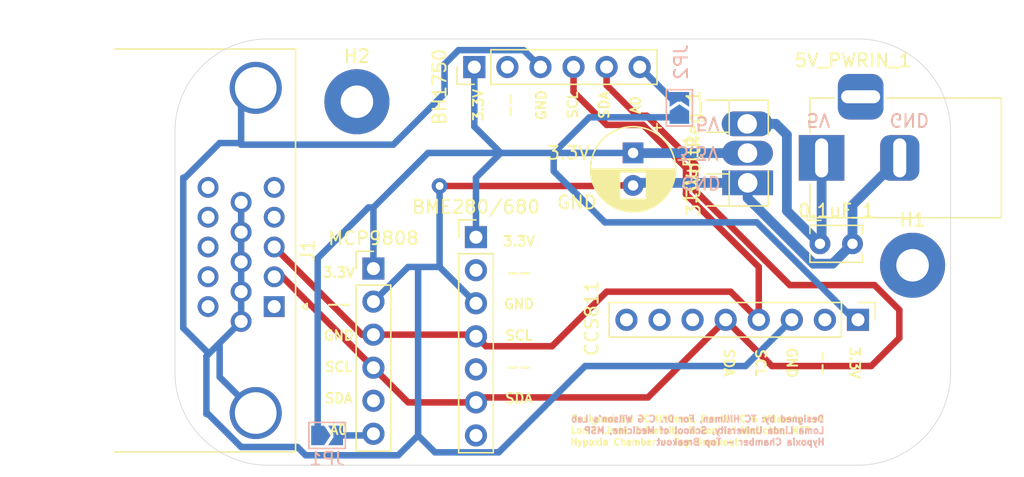
<source format=kicad_pcb>
(kicad_pcb (version 20171130) (host pcbnew "(5.1.10)-1")

  (general
    (thickness 1.6)
    (drawings 25)
    (tracks 119)
    (zones 0)
    (modules 13)
    (nets 26)
  )

  (page A4)
  (layers
    (0 F.Cu signal)
    (31 B.Cu signal)
    (32 B.Adhes user)
    (33 F.Adhes user)
    (34 B.Paste user)
    (35 F.Paste user)
    (36 B.SilkS user)
    (37 F.SilkS user)
    (38 B.Mask user)
    (39 F.Mask user)
    (40 Dwgs.User user)
    (41 Cmts.User user)
    (42 Eco1.User user)
    (43 Eco2.User user)
    (44 Edge.Cuts user)
    (45 Margin user)
    (46 B.CrtYd user)
    (47 F.CrtYd user)
    (48 B.Fab user)
    (49 F.Fab user)
  )

  (setup
    (last_trace_width 0.5)
    (user_trace_width 0.3)
    (user_trace_width 0.5)
    (user_trace_width 0.75)
    (trace_clearance 0.2)
    (zone_clearance 0.508)
    (zone_45_only no)
    (trace_min 0.2)
    (via_size 0.8)
    (via_drill 0.4)
    (via_min_size 0.4)
    (via_min_drill 0.3)
    (user_via 1.2 0.6)
    (user_via 1.6 0.8)
    (uvia_size 0.3)
    (uvia_drill 0.1)
    (uvias_allowed no)
    (uvia_min_size 0.2)
    (uvia_min_drill 0.1)
    (edge_width 0.05)
    (segment_width 0.2)
    (pcb_text_width 0.3)
    (pcb_text_size 1.5 1.5)
    (mod_edge_width 0.12)
    (mod_text_size 1 1)
    (mod_text_width 0.15)
    (pad_size 1.9 3.9)
    (pad_drill 1.5)
    (pad_to_mask_clearance 0)
    (aux_axis_origin 0 0)
    (visible_elements 7FFFFFFF)
    (pcbplotparams
      (layerselection 0x010fc_ffffffff)
      (usegerberextensions false)
      (usegerberattributes true)
      (usegerberadvancedattributes true)
      (creategerberjobfile true)
      (excludeedgelayer true)
      (linewidth 0.100000)
      (plotframeref false)
      (viasonmask false)
      (mode 1)
      (useauxorigin false)
      (hpglpennumber 1)
      (hpglpenspeed 20)
      (hpglpendiameter 15.000000)
      (psnegative false)
      (psa4output false)
      (plotreference true)
      (plotvalue true)
      (plotinvisibletext false)
      (padsonsilk false)
      (subtractmaskfromsilk false)
      (outputformat 1)
      (mirror false)
      (drillshape 1)
      (scaleselection 1)
      (outputdirectory ""))
  )

  (net 0 "")
  (net 1 /GND)
  (net 2 /5V)
  (net 3 /3.3V)
  (net 4 "Net-(5V_PWRIN_1-PadMP)")
  (net 5 /ADDR)
  (net 6 /SDA)
  (net 7 /SCL)
  (net 8 "Net-(BH1750-Pad2)")
  (net 9 "Net-(BME280/680-Pad7)")
  (net 10 "Net-(BME280/680-Pad5)")
  (net 11 "Net-(BME280/680-Pad2)")
  (net 12 "Net-(CCS811-Pad8)")
  (net 13 "Net-(CCS811-Pad7)")
  (net 14 "Net-(CCS811-Pad6)")
  (net 15 /GPIO05)
  (net 16 "Net-(J1-Pad5)")
  (net 17 /GPIO)
  (net 18 "Net-(J1-Pad11)")
  (net 19 "Net-(J1-Pad12)")
  (net 20 "Net-(J1-Pad15)")
  (net 21 "Net-(J1-Pad14)")
  (net 22 "Net-(J1-Pad13)")
  (net 23 "Net-(MCP9808-Pad5)")
  (net 24 "Net-(JP1-Pad2)")
  (net 25 "Net-(CCS811-Pad2)")

  (net_class Default "This is the default net class."
    (clearance 0.2)
    (trace_width 0.25)
    (via_dia 0.8)
    (via_drill 0.4)
    (uvia_dia 0.3)
    (uvia_drill 0.1)
    (add_net /3.3V)
    (add_net /5V)
    (add_net /ADDR)
    (add_net /GND)
    (add_net /GPIO)
    (add_net /GPIO05)
    (add_net /SCL)
    (add_net /SDA)
    (add_net "Net-(5V_PWRIN_1-PadMP)")
    (add_net "Net-(BH1750-Pad2)")
    (add_net "Net-(BME280/680-Pad2)")
    (add_net "Net-(BME280/680-Pad5)")
    (add_net "Net-(BME280/680-Pad7)")
    (add_net "Net-(CCS811-Pad2)")
    (add_net "Net-(CCS811-Pad6)")
    (add_net "Net-(CCS811-Pad7)")
    (add_net "Net-(CCS811-Pad8)")
    (add_net "Net-(J1-Pad11)")
    (add_net "Net-(J1-Pad12)")
    (add_net "Net-(J1-Pad13)")
    (add_net "Net-(J1-Pad14)")
    (add_net "Net-(J1-Pad15)")
    (add_net "Net-(J1-Pad5)")
    (add_net "Net-(JP1-Pad2)")
    (add_net "Net-(MCP9808-Pad5)")
  )

  (module MountingHole:MountingHole_2.5mm_Pad_TopBottom (layer F.Cu) (tedit 56D1B4CB) (tstamp 623ABF15)
    (at 144.653 90.678)
    (descr "Mounting Hole 2.5mm")
    (tags "mounting hole 2.5mm")
    (path /61BA2E02)
    (attr virtual)
    (fp_text reference H1 (at 0 -3.5) (layer F.SilkS)
      (effects (font (size 1 1) (thickness 0.15)))
    )
    (fp_text value MountingHole (at 0 3.5) (layer F.Fab)
      (effects (font (size 1 1) (thickness 0.15)))
    )
    (fp_text user %R (at 0.3 0) (layer F.Fab)
      (effects (font (size 1 1) (thickness 0.15)))
    )
    (fp_circle (center 0 0) (end 2.5 0) (layer Cmts.User) (width 0.15))
    (fp_circle (center 0 0) (end 2.75 0) (layer F.CrtYd) (width 0.05))
    (pad 1 connect circle (at 0 0) (size 5 5) (layers B.Cu B.Mask))
    (pad 1 connect circle (at 0 0) (size 5 5) (layers F.Cu F.Mask))
    (pad 1 thru_hole circle (at 0 0) (size 2.9 2.9) (drill 2.5) (layers *.Cu *.Mask))
  )

  (module Connector_PinHeader_2.54mm:PinHeader_1x08_P2.54mm_Vertical (layer F.Cu) (tedit 59FED5CC) (tstamp 623AAB06)
    (at 140.462 94.869 270)
    (descr "Through hole straight pin header, 1x08, 2.54mm pitch, single row")
    (tags "Through hole pin header THT 1x08 2.54mm single row")
    (path /61B6CFD1)
    (fp_text reference CCS811 (at -0.127 20.447 270) (layer F.SilkS)
      (effects (font (size 1 1) (thickness 0.15)))
    )
    (fp_text value Conn_01x08 (at 0 20.11 90) (layer F.Fab)
      (effects (font (size 1 1) (thickness 0.15)))
    )
    (fp_text user %R (at 0 8.89) (layer F.Fab)
      (effects (font (size 1 1) (thickness 0.15)))
    )
    (fp_line (start -0.635 -1.27) (end 1.27 -1.27) (layer F.Fab) (width 0.1))
    (fp_line (start 1.27 -1.27) (end 1.27 19.05) (layer F.Fab) (width 0.1))
    (fp_line (start 1.27 19.05) (end -1.27 19.05) (layer F.Fab) (width 0.1))
    (fp_line (start -1.27 19.05) (end -1.27 -0.635) (layer F.Fab) (width 0.1))
    (fp_line (start -1.27 -0.635) (end -0.635 -1.27) (layer F.Fab) (width 0.1))
    (fp_line (start -1.33 19.11) (end 1.33 19.11) (layer F.SilkS) (width 0.12))
    (fp_line (start -1.33 1.27) (end -1.33 19.11) (layer F.SilkS) (width 0.12))
    (fp_line (start 1.33 1.27) (end 1.33 19.11) (layer F.SilkS) (width 0.12))
    (fp_line (start -1.33 1.27) (end 1.33 1.27) (layer F.SilkS) (width 0.12))
    (fp_line (start -1.33 0) (end -1.33 -1.33) (layer F.SilkS) (width 0.12))
    (fp_line (start -1.33 -1.33) (end 0 -1.33) (layer F.SilkS) (width 0.12))
    (fp_line (start -1.8 -1.8) (end -1.8 19.55) (layer F.CrtYd) (width 0.05))
    (fp_line (start -1.8 19.55) (end 1.8 19.55) (layer F.CrtYd) (width 0.05))
    (fp_line (start 1.8 19.55) (end 1.8 -1.8) (layer F.CrtYd) (width 0.05))
    (fp_line (start 1.8 -1.8) (end -1.8 -1.8) (layer F.CrtYd) (width 0.05))
    (pad 8 thru_hole oval (at 0 17.78 270) (size 1.7 1.7) (drill 1) (layers *.Cu *.Mask)
      (net 12 "Net-(CCS811-Pad8)"))
    (pad 7 thru_hole oval (at 0 15.24 270) (size 1.7 1.7) (drill 1) (layers *.Cu *.Mask)
      (net 13 "Net-(CCS811-Pad7)"))
    (pad 6 thru_hole oval (at 0 12.7 270) (size 1.7 1.7) (drill 1) (layers *.Cu *.Mask)
      (net 14 "Net-(CCS811-Pad6)"))
    (pad 5 thru_hole oval (at 0 10.16 270) (size 1.7 1.7) (drill 1) (layers *.Cu *.Mask)
      (net 6 /SDA))
    (pad 4 thru_hole oval (at 0 7.62 270) (size 1.7 1.7) (drill 1) (layers *.Cu *.Mask)
      (net 7 /SCL))
    (pad 3 thru_hole oval (at 0 5.08 270) (size 1.7 1.7) (drill 1) (layers *.Cu *.Mask)
      (net 1 /GND))
    (pad 2 thru_hole oval (at 0 2.54 270) (size 1.7 1.7) (drill 1) (layers *.Cu *.Mask)
      (net 25 "Net-(CCS811-Pad2)"))
    (pad 1 thru_hole rect (at 0 0 270) (size 1.7 1.7) (drill 1) (layers *.Cu *.Mask)
      (net 3 /3.3V))
    (model ${KISYS3DMOD}/Connector_PinHeader_2.54mm.3dshapes/PinHeader_1x08_P2.54mm_Vertical.wrl
      (at (xyz 0 0 0))
      (scale (xyz 1 1 1))
      (rotate (xyz 0 0 0))
    )
  )

  (module Connector_PinHeader_2.54mm:PinHeader_1x06_P2.54mm_Vertical (layer F.Cu) (tedit 59FED5CC) (tstamp 623AA3DF)
    (at 103.251 90.932)
    (descr "Through hole straight pin header, 1x06, 2.54mm pitch, single row")
    (tags "Through hole pin header THT 1x06 2.54mm single row")
    (path /61B6CA96)
    (fp_text reference MCP9808 (at 0 -2.33) (layer F.SilkS)
      (effects (font (size 1 1) (thickness 0.15)))
    )
    (fp_text value Conn_01x06 (at 0 15.03) (layer F.Fab)
      (effects (font (size 1 1) (thickness 0.15)))
    )
    (fp_text user %R (at 0 6.35 90) (layer F.Fab)
      (effects (font (size 1 1) (thickness 0.15)))
    )
    (fp_line (start -0.635 -1.27) (end 1.27 -1.27) (layer F.Fab) (width 0.1))
    (fp_line (start 1.27 -1.27) (end 1.27 13.97) (layer F.Fab) (width 0.1))
    (fp_line (start 1.27 13.97) (end -1.27 13.97) (layer F.Fab) (width 0.1))
    (fp_line (start -1.27 13.97) (end -1.27 -0.635) (layer F.Fab) (width 0.1))
    (fp_line (start -1.27 -0.635) (end -0.635 -1.27) (layer F.Fab) (width 0.1))
    (fp_line (start -1.33 14.03) (end 1.33 14.03) (layer F.SilkS) (width 0.12))
    (fp_line (start -1.33 1.27) (end -1.33 14.03) (layer F.SilkS) (width 0.12))
    (fp_line (start 1.33 1.27) (end 1.33 14.03) (layer F.SilkS) (width 0.12))
    (fp_line (start -1.33 1.27) (end 1.33 1.27) (layer F.SilkS) (width 0.12))
    (fp_line (start -1.33 0) (end -1.33 -1.33) (layer F.SilkS) (width 0.12))
    (fp_line (start -1.33 -1.33) (end 0 -1.33) (layer F.SilkS) (width 0.12))
    (fp_line (start -1.8 -1.8) (end -1.8 14.5) (layer F.CrtYd) (width 0.05))
    (fp_line (start -1.8 14.5) (end 1.8 14.5) (layer F.CrtYd) (width 0.05))
    (fp_line (start 1.8 14.5) (end 1.8 -1.8) (layer F.CrtYd) (width 0.05))
    (fp_line (start 1.8 -1.8) (end -1.8 -1.8) (layer F.CrtYd) (width 0.05))
    (pad 6 thru_hole oval (at 0 12.7) (size 1.7 1.7) (drill 1) (layers *.Cu *.Mask)
      (net 24 "Net-(JP1-Pad2)"))
    (pad 5 thru_hole oval (at 0 10.16) (size 1.7 1.7) (drill 1) (layers *.Cu *.Mask)
      (net 23 "Net-(MCP9808-Pad5)"))
    (pad 4 thru_hole oval (at 0 7.62) (size 1.7 1.7) (drill 1) (layers *.Cu *.Mask)
      (net 6 /SDA))
    (pad 3 thru_hole oval (at 0 5.08) (size 1.7 1.7) (drill 1) (layers *.Cu *.Mask)
      (net 7 /SCL))
    (pad 2 thru_hole oval (at 0 2.54) (size 1.7 1.7) (drill 1) (layers *.Cu *.Mask)
      (net 1 /GND))
    (pad 1 thru_hole rect (at 0 0) (size 1.7 1.7) (drill 1) (layers *.Cu *.Mask)
      (net 3 /3.3V))
    (model ${KISYS3DMOD}/Connector_PinHeader_2.54mm.3dshapes/PinHeader_1x06_P2.54mm_Vertical.wrl
      (at (xyz 0 0 0))
      (scale (xyz 1 1 1))
      (rotate (xyz 0 0 0))
    )
  )

  (module Jumper:SolderJumper-2_P1.3mm_Open_TrianglePad1.0x1.5mm (layer B.Cu) (tedit 5A64794F) (tstamp 623AA3C5)
    (at 126.746 78.576 90)
    (descr "SMD Solder Jumper, 1x1.5mm Triangular Pads, 0.3mm gap, open")
    (tags "solder jumper open")
    (path /623E0CF9)
    (attr virtual)
    (fp_text reference JP2 (at 3.519 0.127 90) (layer B.SilkS)
      (effects (font (size 1 1) (thickness 0.15)) (justify mirror))
    )
    (fp_text value SolderJumper_2_Open (at 0 -1.9 90) (layer B.Fab)
      (effects (font (size 1 1) (thickness 0.15)) (justify mirror))
    )
    (fp_line (start -1.4 -1) (end -1.4 1) (layer B.SilkS) (width 0.12))
    (fp_line (start 1.4 -1) (end -1.4 -1) (layer B.SilkS) (width 0.12))
    (fp_line (start 1.4 1) (end 1.4 -1) (layer B.SilkS) (width 0.12))
    (fp_line (start -1.4 1) (end 1.4 1) (layer B.SilkS) (width 0.12))
    (fp_line (start -1.65 1.25) (end 1.65 1.25) (layer B.CrtYd) (width 0.05))
    (fp_line (start -1.65 1.25) (end -1.65 -1.25) (layer B.CrtYd) (width 0.05))
    (fp_line (start 1.65 -1.25) (end 1.65 1.25) (layer B.CrtYd) (width 0.05))
    (fp_line (start 1.65 -1.25) (end -1.65 -1.25) (layer B.CrtYd) (width 0.05))
    (pad 1 smd custom (at -0.725 0 90) (size 0.3 0.3) (layers B.Cu B.Mask)
      (net 3 /3.3V) (zone_connect 2)
      (options (clearance outline) (anchor rect))
      (primitives
        (gr_poly (pts
           (xy -0.5 0.75) (xy 0.5 0.75) (xy 1 0) (xy 0.5 -0.75) (xy -0.5 -0.75)
) (width 0))
      ))
    (pad 2 smd custom (at 0.725 0 90) (size 0.3 0.3) (layers B.Cu B.Mask)
      (net 5 /ADDR) (zone_connect 2)
      (options (clearance outline) (anchor rect))
      (primitives
        (gr_poly (pts
           (xy -0.65 0.75) (xy 0.5 0.75) (xy 0.5 -0.75) (xy -0.65 -0.75) (xy -0.15 0)
) (width 0))
      ))
  )

  (module Jumper:SolderJumper-2_P1.3mm_Open_TrianglePad1.0x1.5mm (layer B.Cu) (tedit 5A64794F) (tstamp 623AA3B7)
    (at 99.695 103.759)
    (descr "SMD Solder Jumper, 1x1.5mm Triangular Pads, 0.3mm gap, open")
    (tags "solder jumper open")
    (path /623D44A1)
    (attr virtual)
    (fp_text reference JP1 (at 0 1.8) (layer B.SilkS)
      (effects (font (size 1 1) (thickness 0.15)) (justify mirror))
    )
    (fp_text value SolderJumper_2_Open (at 0 -1.9) (layer B.Fab)
      (effects (font (size 1 1) (thickness 0.15)) (justify mirror))
    )
    (fp_line (start -1.4 -1) (end -1.4 1) (layer B.SilkS) (width 0.12))
    (fp_line (start 1.4 -1) (end -1.4 -1) (layer B.SilkS) (width 0.12))
    (fp_line (start 1.4 1) (end 1.4 -1) (layer B.SilkS) (width 0.12))
    (fp_line (start -1.4 1) (end 1.4 1) (layer B.SilkS) (width 0.12))
    (fp_line (start -1.65 1.25) (end 1.65 1.25) (layer B.CrtYd) (width 0.05))
    (fp_line (start -1.65 1.25) (end -1.65 -1.25) (layer B.CrtYd) (width 0.05))
    (fp_line (start 1.65 -1.25) (end 1.65 1.25) (layer B.CrtYd) (width 0.05))
    (fp_line (start 1.65 -1.25) (end -1.65 -1.25) (layer B.CrtYd) (width 0.05))
    (pad 1 smd custom (at -0.725 0) (size 0.3 0.3) (layers B.Cu B.Mask)
      (net 3 /3.3V) (zone_connect 2)
      (options (clearance outline) (anchor rect))
      (primitives
        (gr_poly (pts
           (xy -0.5 0.75) (xy 0.5 0.75) (xy 1 0) (xy 0.5 -0.75) (xy -0.5 -0.75)
) (width 0))
      ))
    (pad 2 smd custom (at 0.725 0) (size 0.3 0.3) (layers B.Cu B.Mask)
      (net 24 "Net-(JP1-Pad2)") (zone_connect 2)
      (options (clearance outline) (anchor rect))
      (primitives
        (gr_poly (pts
           (xy -0.65 0.75) (xy 0.5 0.75) (xy 0.5 -0.75) (xy -0.65 -0.75) (xy -0.15 0)
) (width 0))
      ))
  )

  (module 20211104-Library:DSUB-15-HD-Female-Horixonal_P2.29x2.54mm_EdgePinOffset8.35mm_Mouting10.89mm (layer F.Cu) (tedit 61841A0F) (tstamp 623AA3A9)
    (at 95.631 93.853 270)
    (descr "15-pin D-Sub connector, horizontal/angled (90 deg), THT-mount, female, pitch 2.29x1.98mm, pin-PCB-offset 8.35mm, distance of mounting holes 25mm, distance of mounting holes to PCB edge 10.889999999999999mm, see https://disti-assets.s3.amazonaws.com/tonar/files/datasheets/16730.pdf")
    (tags "15-pin D-Sub connector horizontal angled 90deg THT female pitch 2.29x1.98mm pin-PCB-offset 8.35mm mounting-holes-distance 25mm mounting-hole-offset 25mm")
    (path /61B7A646)
    (fp_text reference J1 (at -4.315 -2.58 90) (layer F.SilkS)
      (effects (font (size 1 1) (thickness 0.15)))
    )
    (fp_text value DB15_Female_HighDensity_MountingHoles (at -4.315 20.21 90) (layer F.Fab)
      (effects (font (size 1 1) (thickness 0.15)))
    )
    (fp_text user %R (at -4.315 15.71 90) (layer F.Fab)
      (effects (font (size 1 1) (thickness 0.15)))
    )
    (fp_arc (start 8.185 1.42) (end 6.585 1.42) (angle 180) (layer F.Fab) (width 0.1))
    (fp_arc (start -16.815 1.42) (end -18.415 1.42) (angle 180) (layer F.Fab) (width 0.1))
    (fp_circle (center 1.139595 2.54) (end 1.990495 2.4638) (layer Dwgs.User) (width 0.12))
    (fp_line (start -19.74 -1.58) (end -19.74 12.31) (layer F.Fab) (width 0.1))
    (fp_line (start -19.74 12.31) (end 11.11 12.31) (layer F.Fab) (width 0.1))
    (fp_line (start 11.11 12.31) (end 11.11 -1.58) (layer F.Fab) (width 0.1))
    (fp_line (start 11.11 -1.58) (end -19.74 -1.58) (layer F.Fab) (width 0.1))
    (fp_line (start -19.74 12.31) (end -19.74 12.71) (layer F.Fab) (width 0.1))
    (fp_line (start -19.74 12.71) (end 11.11 12.71) (layer F.Fab) (width 0.1))
    (fp_line (start 11.11 12.71) (end 11.11 12.31) (layer F.Fab) (width 0.1))
    (fp_line (start 11.11 12.31) (end -19.74 12.31) (layer F.Fab) (width 0.1))
    (fp_line (start -12.465 12.71) (end -12.465 18.71) (layer F.Fab) (width 0.1))
    (fp_line (start -12.465 18.71) (end 3.835 18.71) (layer F.Fab) (width 0.1))
    (fp_line (start 3.835 18.71) (end 3.835 12.71) (layer F.Fab) (width 0.1))
    (fp_line (start 3.835 12.71) (end -12.465 12.71) (layer F.Fab) (width 0.1))
    (fp_line (start -19.315 12.71) (end -19.315 17.71) (layer F.Fab) (width 0.1))
    (fp_line (start -19.315 17.71) (end -14.315 17.71) (layer F.Fab) (width 0.1))
    (fp_line (start -14.315 17.71) (end -14.315 12.71) (layer F.Fab) (width 0.1))
    (fp_line (start -14.315 12.71) (end -19.315 12.71) (layer F.Fab) (width 0.1))
    (fp_line (start 5.685 12.71) (end 5.685 17.71) (layer F.Fab) (width 0.1))
    (fp_line (start 5.685 17.71) (end 10.685 17.71) (layer F.Fab) (width 0.1))
    (fp_line (start 10.685 17.71) (end 10.685 12.71) (layer F.Fab) (width 0.1))
    (fp_line (start 10.685 12.71) (end 5.685 12.71) (layer F.Fab) (width 0.1))
    (fp_line (start -18.415 12.31) (end -18.415 1.42) (layer F.Fab) (width 0.1))
    (fp_line (start -15.215 12.31) (end -15.215 1.42) (layer F.Fab) (width 0.1))
    (fp_line (start 6.585 12.31) (end 6.585 1.42) (layer F.Fab) (width 0.1))
    (fp_line (start 9.785 12.31) (end 9.785 1.42) (layer F.Fab) (width 0.1))
    (fp_line (start -19.8 12.25) (end -19.8 -1.64) (layer F.SilkS) (width 0.12))
    (fp_line (start -19.8 -1.64) (end 11.17 -1.64) (layer F.SilkS) (width 0.12))
    (fp_line (start 11.17 -1.64) (end 11.17 12.25) (layer F.SilkS) (width 0.12))
    (fp_line (start -0.25 -2.534338) (end 0.25 -2.534338) (layer F.SilkS) (width 0.12))
    (fp_line (start 0.25 -2.534338) (end 0 -2.101325) (layer F.SilkS) (width 0.12))
    (fp_line (start 0 -2.101325) (end -0.25 -2.534338) (layer F.SilkS) (width 0.12))
    (fp_line (start -20.25 -2.1) (end -20.25 19.25) (layer F.CrtYd) (width 0.05))
    (fp_line (start -20.25 19.25) (end 11.65 19.25) (layer F.CrtYd) (width 0.05))
    (fp_line (start 11.65 19.25) (end 11.65 -2.1) (layer F.CrtYd) (width 0.05))
    (fp_line (start 11.65 -2.1) (end -20.25 -2.1) (layer F.CrtYd) (width 0.05))
    (pad 1 thru_hole rect (at 0 0 270) (size 1.6 1.6) (drill 1) (layers *.Cu *.Mask)
      (net 15 /GPIO05))
    (pad 6 thru_hole circle (at 1.145 2.54 270) (size 1.6 1.6) (drill 1) (layers *.Cu *.Mask)
      (net 1 /GND))
    (pad 5 thru_hole circle (at -9.16 0 270) (size 1.6 1.6) (drill 1) (layers *.Cu *.Mask)
      (net 16 "Net-(J1-Pad5)"))
    (pad 3 thru_hole circle (at -4.58 0 270) (size 1.6 1.6) (drill 1) (layers *.Cu *.Mask)
      (net 7 /SCL))
    (pad 4 thru_hole circle (at -6.87 0 270) (size 1.6 1.6) (drill 1) (layers *.Cu *.Mask)
      (net 17 /GPIO))
    (pad 11 thru_hole circle (at 0 5.08 270) (size 1.6 1.6) (drill 1) (layers *.Cu *.Mask)
      (net 18 "Net-(J1-Pad11)"))
    (pad 12 thru_hole circle (at -2.29 5.08 270) (size 1.6 1.6) (drill 1) (layers *.Cu *.Mask)
      (net 19 "Net-(J1-Pad12)"))
    (pad 15 thru_hole circle (at -9.16 5.08 270) (size 1.6 1.6) (drill 1) (layers *.Cu *.Mask)
      (net 20 "Net-(J1-Pad15)"))
    (pad 8 thru_hole circle (at -3.435 2.54 270) (size 1.6 1.6) (drill 1) (layers *.Cu *.Mask)
      (net 1 /GND))
    (pad 9 thru_hole circle (at -5.725 2.54 270) (size 1.6 1.6) (drill 1) (layers *.Cu *.Mask)
      (net 1 /GND))
    (pad 14 thru_hole circle (at -6.87 5.08 270) (size 1.6 1.6) (drill 1) (layers *.Cu *.Mask)
      (net 21 "Net-(J1-Pad14)"))
    (pad 7 thru_hole circle (at -1.145 2.54 270) (size 1.6 1.6) (drill 1) (layers *.Cu *.Mask)
      (net 1 /GND))
    (pad 10 thru_hole circle (at -8.015 2.54 270) (size 1.6 1.6) (drill 1) (layers *.Cu *.Mask)
      (net 1 /GND))
    (pad 13 thru_hole circle (at -4.58 5.08 270) (size 1.6 1.6) (drill 1) (layers *.Cu *.Mask)
      (net 22 "Net-(J1-Pad13)"))
    (pad 2 thru_hole circle (at -2.29 0 270) (size 1.6 1.6) (drill 1) (layers *.Cu *.Mask)
      (net 6 /SDA))
    (pad 0 thru_hole circle (at 8.185 1.42 270) (size 4 4) (drill 3.2) (layers *.Cu *.Mask)
      (net 1 /GND))
    (pad 0 thru_hole circle (at -16.815 1.42 270) (size 4 4) (drill 3.2) (layers *.Cu *.Mask)
      (net 1 /GND))
    (model ${KICAD6_3DMODEL_DIR}/Connector_Dsub.3dshapes/DSUB-15-HD_Female_Horizontal_P2.29x1.98mm_EdgePinOffset8.35mm_Housed_MountingHolesOffset10.89mm.wrl
      (at (xyz 0 0 0))
      (scale (xyz 1 1 1))
      (rotate (xyz 0 0 0))
    )
  )

  (module MountingHole:MountingHole_2.5mm_Pad_TopBottom (layer F.Cu) (tedit 56D1B4CB) (tstamp 623AA36E)
    (at 101.981 78.105)
    (descr "Mounting Hole 2.5mm")
    (tags "mounting hole 2.5mm")
    (path /61BA3542)
    (attr virtual)
    (fp_text reference H2 (at 0 -3.5) (layer F.SilkS)
      (effects (font (size 1 1) (thickness 0.15)))
    )
    (fp_text value MountingHole (at 0 3.5) (layer F.Fab)
      (effects (font (size 1 1) (thickness 0.15)))
    )
    (fp_text user %R (at 0.3 0) (layer F.Fab)
      (effects (font (size 1 1) (thickness 0.15)))
    )
    (fp_circle (center 0 0) (end 2.5 0) (layer Cmts.User) (width 0.15))
    (fp_circle (center 0 0) (end 2.75 0) (layer F.CrtYd) (width 0.05))
    (pad 1 connect circle (at 0 0) (size 5 5) (layers B.Cu B.Mask))
    (pad 1 connect circle (at 0 0) (size 5 5) (layers F.Cu F.Mask))
    (pad 1 thru_hole circle (at 0 0) (size 2.9 2.9) (drill 2.5) (layers *.Cu *.Mask))
  )

  (module Connector_PinHeader_2.54mm:PinHeader_1x07_P2.54mm_Vertical (layer F.Cu) (tedit 59FED5CC) (tstamp 623AA35A)
    (at 111.125 88.519)
    (descr "Through hole straight pin header, 1x07, 2.54mm pitch, single row")
    (tags "Through hole pin header THT 1x07 2.54mm single row")
    (path /61B6C63D)
    (fp_text reference BME280/680 (at 0 -2.33) (layer F.SilkS)
      (effects (font (size 1 1) (thickness 0.15)))
    )
    (fp_text value Conn_01x07 (at 0 17.57) (layer F.Fab)
      (effects (font (size 1 1) (thickness 0.15)))
    )
    (fp_text user %R (at 0 7.62 90) (layer F.Fab)
      (effects (font (size 1 1) (thickness 0.15)))
    )
    (fp_line (start -0.635 -1.27) (end 1.27 -1.27) (layer F.Fab) (width 0.1))
    (fp_line (start 1.27 -1.27) (end 1.27 16.51) (layer F.Fab) (width 0.1))
    (fp_line (start 1.27 16.51) (end -1.27 16.51) (layer F.Fab) (width 0.1))
    (fp_line (start -1.27 16.51) (end -1.27 -0.635) (layer F.Fab) (width 0.1))
    (fp_line (start -1.27 -0.635) (end -0.635 -1.27) (layer F.Fab) (width 0.1))
    (fp_line (start -1.33 16.57) (end 1.33 16.57) (layer F.SilkS) (width 0.12))
    (fp_line (start -1.33 1.27) (end -1.33 16.57) (layer F.SilkS) (width 0.12))
    (fp_line (start 1.33 1.27) (end 1.33 16.57) (layer F.SilkS) (width 0.12))
    (fp_line (start -1.33 1.27) (end 1.33 1.27) (layer F.SilkS) (width 0.12))
    (fp_line (start -1.33 0) (end -1.33 -1.33) (layer F.SilkS) (width 0.12))
    (fp_line (start -1.33 -1.33) (end 0 -1.33) (layer F.SilkS) (width 0.12))
    (fp_line (start -1.8 -1.8) (end -1.8 17.05) (layer F.CrtYd) (width 0.05))
    (fp_line (start -1.8 17.05) (end 1.8 17.05) (layer F.CrtYd) (width 0.05))
    (fp_line (start 1.8 17.05) (end 1.8 -1.8) (layer F.CrtYd) (width 0.05))
    (fp_line (start 1.8 -1.8) (end -1.8 -1.8) (layer F.CrtYd) (width 0.05))
    (pad 7 thru_hole oval (at 0 15.24) (size 1.7 1.7) (drill 1) (layers *.Cu *.Mask)
      (net 9 "Net-(BME280/680-Pad7)"))
    (pad 6 thru_hole oval (at 0 12.7) (size 1.7 1.7) (drill 1) (layers *.Cu *.Mask)
      (net 6 /SDA))
    (pad 5 thru_hole oval (at 0 10.16) (size 1.7 1.7) (drill 1) (layers *.Cu *.Mask)
      (net 10 "Net-(BME280/680-Pad5)"))
    (pad 4 thru_hole oval (at 0 7.62) (size 1.7 1.7) (drill 1) (layers *.Cu *.Mask)
      (net 7 /SCL))
    (pad 3 thru_hole oval (at 0 5.08) (size 1.7 1.7) (drill 1) (layers *.Cu *.Mask)
      (net 1 /GND))
    (pad 2 thru_hole oval (at 0 2.54) (size 1.7 1.7) (drill 1) (layers *.Cu *.Mask)
      (net 11 "Net-(BME280/680-Pad2)"))
    (pad 1 thru_hole rect (at 0 0) (size 1.7 1.7) (drill 1) (layers *.Cu *.Mask)
      (net 3 /3.3V))
    (model ${KISYS3DMOD}/Connector_PinHeader_2.54mm.3dshapes/PinHeader_1x07_P2.54mm_Vertical.wrl
      (at (xyz 0 0 0))
      (scale (xyz 1 1 1))
      (rotate (xyz 0 0 0))
    )
  )

  (module Connector_PinHeader_2.54mm:PinHeader_1x06_P2.54mm_Vertical (layer F.Cu) (tedit 59FED5CC) (tstamp 623AA33F)
    (at 110.998 75.438 90)
    (descr "Through hole straight pin header, 1x06, 2.54mm pitch, single row")
    (tags "Through hole pin header THT 1x06 2.54mm single row")
    (path /61B6D998)
    (fp_text reference BH1750 (at -1.524 -2.667 90) (layer F.SilkS)
      (effects (font (size 1 1) (thickness 0.15)))
    )
    (fp_text value Conn_01x06 (at 0 15.03 90) (layer F.Fab)
      (effects (font (size 1 1) (thickness 0.15)))
    )
    (fp_text user %R (at 0 6.35) (layer F.Fab)
      (effects (font (size 1 1) (thickness 0.15)))
    )
    (fp_line (start -0.635 -1.27) (end 1.27 -1.27) (layer F.Fab) (width 0.1))
    (fp_line (start 1.27 -1.27) (end 1.27 13.97) (layer F.Fab) (width 0.1))
    (fp_line (start 1.27 13.97) (end -1.27 13.97) (layer F.Fab) (width 0.1))
    (fp_line (start -1.27 13.97) (end -1.27 -0.635) (layer F.Fab) (width 0.1))
    (fp_line (start -1.27 -0.635) (end -0.635 -1.27) (layer F.Fab) (width 0.1))
    (fp_line (start -1.33 14.03) (end 1.33 14.03) (layer F.SilkS) (width 0.12))
    (fp_line (start -1.33 1.27) (end -1.33 14.03) (layer F.SilkS) (width 0.12))
    (fp_line (start 1.33 1.27) (end 1.33 14.03) (layer F.SilkS) (width 0.12))
    (fp_line (start -1.33 1.27) (end 1.33 1.27) (layer F.SilkS) (width 0.12))
    (fp_line (start -1.33 0) (end -1.33 -1.33) (layer F.SilkS) (width 0.12))
    (fp_line (start -1.33 -1.33) (end 0 -1.33) (layer F.SilkS) (width 0.12))
    (fp_line (start -1.8 -1.8) (end -1.8 14.5) (layer F.CrtYd) (width 0.05))
    (fp_line (start -1.8 14.5) (end 1.8 14.5) (layer F.CrtYd) (width 0.05))
    (fp_line (start 1.8 14.5) (end 1.8 -1.8) (layer F.CrtYd) (width 0.05))
    (fp_line (start 1.8 -1.8) (end -1.8 -1.8) (layer F.CrtYd) (width 0.05))
    (pad 6 thru_hole oval (at 0 12.7 90) (size 1.7 1.7) (drill 1) (layers *.Cu *.Mask)
      (net 5 /ADDR))
    (pad 5 thru_hole oval (at 0 10.16 90) (size 1.7 1.7) (drill 1) (layers *.Cu *.Mask)
      (net 6 /SDA))
    (pad 4 thru_hole oval (at 0 7.62 90) (size 1.7 1.7) (drill 1) (layers *.Cu *.Mask)
      (net 7 /SCL))
    (pad 3 thru_hole oval (at 0 5.08 90) (size 1.7 1.7) (drill 1) (layers *.Cu *.Mask)
      (net 1 /GND))
    (pad 2 thru_hole oval (at 0 2.54 90) (size 1.7 1.7) (drill 1) (layers *.Cu *.Mask)
      (net 8 "Net-(BH1750-Pad2)"))
    (pad 1 thru_hole rect (at 0 0 90) (size 1.7 1.7) (drill 1) (layers *.Cu *.Mask)
      (net 3 /3.3V))
    (model ${KISYS3DMOD}/Connector_PinHeader_2.54mm.3dshapes/PinHeader_1x06_P2.54mm_Vertical.wrl
      (at (xyz 0 0 0))
      (scale (xyz 1 1 1))
      (rotate (xyz 0 0 0))
    )
  )

  (module 20211104-Library:BarrelJack_Horizontal_w_MP (layer F.Cu) (tedit 61841F93) (tstamp 623AA325)
    (at 137.668 82.423 180)
    (descr "DC Barrel Jack")
    (tags "Power Jack")
    (path /61B69C69)
    (fp_text reference 5V_PWRIN_1 (at -2.413 7.493) (layer F.SilkS)
      (effects (font (size 1 1) (thickness 0.15)))
    )
    (fp_text value Barrel_Jack_MountingPin (at -6.2 -5.5) (layer F.Fab)
      (effects (font (size 1 1) (thickness 0.15)))
    )
    (fp_text user %R (at -3 -2.95) (layer F.Fab)
      (effects (font (size 1 1) (thickness 0.15)))
    )
    (fp_line (start 0 -4.5) (end -13.7 -4.5) (layer F.Fab) (width 0.1))
    (fp_line (start 0.8 4.5) (end 0.8 -3.75) (layer F.Fab) (width 0.1))
    (fp_line (start -13.7 4.5) (end 0.8 4.5) (layer F.Fab) (width 0.1))
    (fp_line (start -13.7 -4.5) (end -13.7 4.5) (layer F.Fab) (width 0.1))
    (fp_line (start -10.2 -4.5) (end -10.2 4.5) (layer F.Fab) (width 0.1))
    (fp_line (start 0.9 -4.6) (end 0.9 -2) (layer F.SilkS) (width 0.12))
    (fp_line (start -13.8 -4.6) (end 0.9 -4.6) (layer F.SilkS) (width 0.12))
    (fp_line (start 0.9 4.6) (end -1 4.6) (layer F.SilkS) (width 0.12))
    (fp_line (start 0.9 1.9) (end 0.9 4.6) (layer F.SilkS) (width 0.12))
    (fp_line (start -13.8 4.6) (end -13.8 -4.6) (layer F.SilkS) (width 0.12))
    (fp_line (start -5 4.6) (end -13.8 4.6) (layer F.SilkS) (width 0.12))
    (fp_line (start -14 4.75) (end -14 -4.75) (layer F.CrtYd) (width 0.05))
    (fp_line (start -5 4.75) (end -14 4.75) (layer F.CrtYd) (width 0.05))
    (fp_line (start -5 6.75) (end -5 4.75) (layer F.CrtYd) (width 0.05))
    (fp_line (start -1 6.75) (end -5 6.75) (layer F.CrtYd) (width 0.05))
    (fp_line (start -1 4.75) (end -1 6.75) (layer F.CrtYd) (width 0.05))
    (fp_line (start 1 4.75) (end -1 4.75) (layer F.CrtYd) (width 0.05))
    (fp_line (start 1 2) (end 1 4.75) (layer F.CrtYd) (width 0.05))
    (fp_line (start 2 2) (end 1 2) (layer F.CrtYd) (width 0.05))
    (fp_line (start 2 -2) (end 2 2) (layer F.CrtYd) (width 0.05))
    (fp_line (start 1 -2) (end 2 -2) (layer F.CrtYd) (width 0.05))
    (fp_line (start 1 -4.5) (end 1 -2) (layer F.CrtYd) (width 0.05))
    (fp_line (start 1 -4.75) (end -14 -4.75) (layer F.CrtYd) (width 0.05))
    (fp_line (start 1 -4.5) (end 1 -4.75) (layer F.CrtYd) (width 0.05))
    (fp_line (start 0.05 -4.8) (end 1.1 -4.8) (layer F.SilkS) (width 0.12))
    (fp_line (start 1.1 -3.75) (end 1.1 -4.8) (layer F.SilkS) (width 0.12))
    (fp_line (start -0.003213 -4.505425) (end 0.8 -3.75) (layer F.Fab) (width 0.1))
    (pad MP thru_hole roundrect (at -3 4.7 180) (size 3.5 3.5) (drill oval 3 1) (layers *.Cu *.Mask) (roundrect_rratio 0.25)
      (net 4 "Net-(5V_PWRIN_1-PadMP)"))
    (pad 2 thru_hole roundrect (at -6 0 180) (size 3 3.5) (drill oval 1 3) (layers *.Cu *.Mask) (roundrect_rratio 0.25)
      (net 1 /GND))
    (pad 1 thru_hole rect (at 0 0 180) (size 3.5 3.5) (drill oval 1 3) (layers *.Cu *.Mask)
      (net 2 /5V))
    (model ${KISYS3DMOD}/Connector_BarrelJack.3dshapes/BarrelJack_Horizontal.wrl
      (at (xyz 0 0 0))
      (scale (xyz 1 1 1))
      (rotate (xyz 0 0 0))
    )
  )

  (module 20211104-Library:3.3V_Regulator (layer F.Cu) (tedit 623A4BBB) (tstamp 623AA302)
    (at 131.953 87.503 90)
    (descr "TO-3P-3, Vertical, RM 5.45mm, , see https://toshiba.semicon-storage.com/ap-en/design-support/package/detail.TO-3P(N).html")
    (tags "TO-3P-3 Vertical RM 5.45mm ")
    (path /61B6A886)
    (fp_text reference 3.3VoltReg_1 (at 5.45 -4.12 90) (layer F.SilkS)
      (effects (font (size 1 1) (thickness 0.15)))
    )
    (fp_text value LD1117S33TR_SOT223 (at 5.45 3.5 90) (layer F.Fab)
      (effects (font (size 1 1) (thickness 0.15)))
    )
    (fp_text user %R (at 5.45 -4.12 90) (layer F.Fab)
      (effects (font (size 1 1) (thickness 0.15)))
    )
    (fp_line (start 7.051 -3.12) (end 7.051 -1.38) (layer F.SilkS) (width 0.12))
    (fp_line (start 3.85 -3.12) (end 3.85 -1.38) (layer F.SilkS) (width 0.12))
    (fp_line (start 6.85 -1.38) (end 9.5 -1.38) (layer F.SilkS) (width 0.12))
    (fp_line (start 1.4 -1.38) (end 4.051 -1.38) (layer F.SilkS) (width 0.12))
    (fp_line (start 6.85 1.62) (end 9.5 1.62) (layer F.SilkS) (width 0.12))
    (fp_line (start 1.4 1.62) (end 4.051 1.62) (layer F.SilkS) (width 0.12))
    (fp_line (start 7.05 -3) (end 7.05 -1.5) (layer F.Fab) (width 0.1))
    (fp_line (start 3.85 -3) (end 3.85 -1.5) (layer F.Fab) (width 0.1))
    (fp_line (start -2.3 -1.5) (end 13.2 -1.5) (layer F.Fab) (width 0.1))
    (fp_line (start 13.2 -3) (end -2.3 -3) (layer F.Fab) (width 0.1))
    (fp_line (start 13.2 1.5) (end 13.2 -3) (layer F.Fab) (width 0.1))
    (fp_line (start -2.3 1.5) (end 13.2 1.5) (layer F.Fab) (width 0.1))
    (fp_line (start -2.3 -3) (end -2.3 1.5) (layer F.Fab) (width 0.1))
    (fp_line (start 1.3843 1.6002) (end 1.3843 -3.0861) (layer F.SilkS) (width 0.12))
    (fp_line (start 9.5123 1.6002) (end 9.5123 -3.1115) (layer F.SilkS) (width 0.12))
    (fp_line (start 11.7475 -2.9972) (end 11.7475 2.4511) (layer F.CrtYd) (width 0.12))
    (fp_line (start 11.7475 -3.0099) (end 11.7475 -3.2131) (layer F.CrtYd) (width 0.12))
    (fp_line (start -1.27 2.4638) (end -1.2573 -3.2639) (layer F.CrtYd) (width 0.12))
    (fp_line (start -1.2573 -3.2639) (end 11.7475 -3.2639) (layer F.CrtYd) (width 0.12))
    (fp_line (start -1.27 2.4638) (end 11.7475 2.4638) (layer F.CrtYd) (width 0.12))
    (pad 3 thru_hole oval (at 7.6962 0 90) (size 1.9 3.9) (drill 1.5) (layers *.Cu *.Mask)
      (net 2 /5V))
    (pad 2 thru_hole oval (at 5.4483 0.0254 90) (size 1.9 3.9) (drill 1.5) (layers *.Cu *.Mask)
      (net 3 /3.3V))
    (pad 1 thru_hole rect (at 3.1623 0.0381 90) (size 1.9 3.9) (drill 1.5) (layers *.Cu *.Mask)
      (net 1 /GND))
    (model ${KISYS3DMOD}/Package_TO_SOT_THT.3dshapes/TO-3P-3_Vertical.wrl
      (at (xyz 0 0 0))
      (scale (xyz 1 1 1))
      (rotate (xyz 0 0 0))
    )
  )

  (module 20211104-Library:CP_10uF_Radial_D6.3mm_P2.50mm (layer F.Cu) (tedit 5AE50EF0) (tstamp 623AA2E6)
    (at 123.19 82.042 270)
    (descr "CP, Radial series, Radial, pin pitch=2.50mm, , diameter=6.3mm, Electrolytic Capacitor")
    (tags "CP Radial series Radial pin pitch 2.50mm  diameter 6.3mm Electrolytic Capacitor")
    (path /61B699B0)
    (fp_text reference 10uF_1 (at 1.25 -4.4 90) (layer F.SilkS)
      (effects (font (size 1 1) (thickness 0.15)))
    )
    (fp_text value CP_Small (at 1.25 4.4 90) (layer F.Fab)
      (effects (font (size 1 1) (thickness 0.15)))
    )
    (fp_text user %R (at 1.25 0 90) (layer F.Fab)
      (effects (font (size 1 1) (thickness 0.15)))
    )
    (fp_line (start -1.935241 -2.154) (end -1.935241 -1.524) (layer F.SilkS) (width 0.12))
    (fp_line (start -2.250241 -1.839) (end -1.620241 -1.839) (layer F.SilkS) (width 0.12))
    (fp_line (start 4.491 -0.402) (end 4.491 0.402) (layer F.SilkS) (width 0.12))
    (fp_line (start 4.451 -0.633) (end 4.451 0.633) (layer F.SilkS) (width 0.12))
    (fp_line (start 4.411 -0.802) (end 4.411 0.802) (layer F.SilkS) (width 0.12))
    (fp_line (start 4.371 -0.94) (end 4.371 0.94) (layer F.SilkS) (width 0.12))
    (fp_line (start 4.331 -1.059) (end 4.331 1.059) (layer F.SilkS) (width 0.12))
    (fp_line (start 4.291 -1.165) (end 4.291 1.165) (layer F.SilkS) (width 0.12))
    (fp_line (start 4.251 -1.262) (end 4.251 1.262) (layer F.SilkS) (width 0.12))
    (fp_line (start 4.211 -1.35) (end 4.211 1.35) (layer F.SilkS) (width 0.12))
    (fp_line (start 4.171 -1.432) (end 4.171 1.432) (layer F.SilkS) (width 0.12))
    (fp_line (start 4.131 -1.509) (end 4.131 1.509) (layer F.SilkS) (width 0.12))
    (fp_line (start 4.091 -1.581) (end 4.091 1.581) (layer F.SilkS) (width 0.12))
    (fp_line (start 4.051 -1.65) (end 4.051 1.65) (layer F.SilkS) (width 0.12))
    (fp_line (start 4.011 -1.714) (end 4.011 1.714) (layer F.SilkS) (width 0.12))
    (fp_line (start 3.971 -1.776) (end 3.971 1.776) (layer F.SilkS) (width 0.12))
    (fp_line (start 3.931 -1.834) (end 3.931 1.834) (layer F.SilkS) (width 0.12))
    (fp_line (start 3.891 -1.89) (end 3.891 1.89) (layer F.SilkS) (width 0.12))
    (fp_line (start 3.851 -1.944) (end 3.851 1.944) (layer F.SilkS) (width 0.12))
    (fp_line (start 3.811 -1.995) (end 3.811 1.995) (layer F.SilkS) (width 0.12))
    (fp_line (start 3.771 -2.044) (end 3.771 2.044) (layer F.SilkS) (width 0.12))
    (fp_line (start 3.731 -2.092) (end 3.731 2.092) (layer F.SilkS) (width 0.12))
    (fp_line (start 3.691 -2.137) (end 3.691 2.137) (layer F.SilkS) (width 0.12))
    (fp_line (start 3.651 -2.182) (end 3.651 2.182) (layer F.SilkS) (width 0.12))
    (fp_line (start 3.611 -2.224) (end 3.611 2.224) (layer F.SilkS) (width 0.12))
    (fp_line (start 3.571 -2.265) (end 3.571 2.265) (layer F.SilkS) (width 0.12))
    (fp_line (start 3.531 1.04) (end 3.531 2.305) (layer F.SilkS) (width 0.12))
    (fp_line (start 3.531 -2.305) (end 3.531 -1.04) (layer F.SilkS) (width 0.12))
    (fp_line (start 3.491 1.04) (end 3.491 2.343) (layer F.SilkS) (width 0.12))
    (fp_line (start 3.491 -2.343) (end 3.491 -1.04) (layer F.SilkS) (width 0.12))
    (fp_line (start 3.451 1.04) (end 3.451 2.38) (layer F.SilkS) (width 0.12))
    (fp_line (start 3.451 -2.38) (end 3.451 -1.04) (layer F.SilkS) (width 0.12))
    (fp_line (start 3.411 1.04) (end 3.411 2.416) (layer F.SilkS) (width 0.12))
    (fp_line (start 3.411 -2.416) (end 3.411 -1.04) (layer F.SilkS) (width 0.12))
    (fp_line (start 3.371 1.04) (end 3.371 2.45) (layer F.SilkS) (width 0.12))
    (fp_line (start 3.371 -2.45) (end 3.371 -1.04) (layer F.SilkS) (width 0.12))
    (fp_line (start 3.331 1.04) (end 3.331 2.484) (layer F.SilkS) (width 0.12))
    (fp_line (start 3.331 -2.484) (end 3.331 -1.04) (layer F.SilkS) (width 0.12))
    (fp_line (start 3.291 1.04) (end 3.291 2.516) (layer F.SilkS) (width 0.12))
    (fp_line (start 3.291 -2.516) (end 3.291 -1.04) (layer F.SilkS) (width 0.12))
    (fp_line (start 3.251 1.04) (end 3.251 2.548) (layer F.SilkS) (width 0.12))
    (fp_line (start 3.251 -2.548) (end 3.251 -1.04) (layer F.SilkS) (width 0.12))
    (fp_line (start 3.211 1.04) (end 3.211 2.578) (layer F.SilkS) (width 0.12))
    (fp_line (start 3.211 -2.578) (end 3.211 -1.04) (layer F.SilkS) (width 0.12))
    (fp_line (start 3.171 1.04) (end 3.171 2.607) (layer F.SilkS) (width 0.12))
    (fp_line (start 3.171 -2.607) (end 3.171 -1.04) (layer F.SilkS) (width 0.12))
    (fp_line (start 3.131 1.04) (end 3.131 2.636) (layer F.SilkS) (width 0.12))
    (fp_line (start 3.131 -2.636) (end 3.131 -1.04) (layer F.SilkS) (width 0.12))
    (fp_line (start 3.091 1.04) (end 3.091 2.664) (layer F.SilkS) (width 0.12))
    (fp_line (start 3.091 -2.664) (end 3.091 -1.04) (layer F.SilkS) (width 0.12))
    (fp_line (start 3.051 1.04) (end 3.051 2.69) (layer F.SilkS) (width 0.12))
    (fp_line (start 3.051 -2.69) (end 3.051 -1.04) (layer F.SilkS) (width 0.12))
    (fp_line (start 3.011 1.04) (end 3.011 2.716) (layer F.SilkS) (width 0.12))
    (fp_line (start 3.011 -2.716) (end 3.011 -1.04) (layer F.SilkS) (width 0.12))
    (fp_line (start 2.971 1.04) (end 2.971 2.742) (layer F.SilkS) (width 0.12))
    (fp_line (start 2.971 -2.742) (end 2.971 -1.04) (layer F.SilkS) (width 0.12))
    (fp_line (start 2.931 1.04) (end 2.931 2.766) (layer F.SilkS) (width 0.12))
    (fp_line (start 2.931 -2.766) (end 2.931 -1.04) (layer F.SilkS) (width 0.12))
    (fp_line (start 2.891 1.04) (end 2.891 2.79) (layer F.SilkS) (width 0.12))
    (fp_line (start 2.891 -2.79) (end 2.891 -1.04) (layer F.SilkS) (width 0.12))
    (fp_line (start 2.851 1.04) (end 2.851 2.812) (layer F.SilkS) (width 0.12))
    (fp_line (start 2.851 -2.812) (end 2.851 -1.04) (layer F.SilkS) (width 0.12))
    (fp_line (start 2.811 1.04) (end 2.811 2.834) (layer F.SilkS) (width 0.12))
    (fp_line (start 2.811 -2.834) (end 2.811 -1.04) (layer F.SilkS) (width 0.12))
    (fp_line (start 2.771 1.04) (end 2.771 2.856) (layer F.SilkS) (width 0.12))
    (fp_line (start 2.771 -2.856) (end 2.771 -1.04) (layer F.SilkS) (width 0.12))
    (fp_line (start 2.731 1.04) (end 2.731 2.876) (layer F.SilkS) (width 0.12))
    (fp_line (start 2.731 -2.876) (end 2.731 -1.04) (layer F.SilkS) (width 0.12))
    (fp_line (start 2.691 1.04) (end 2.691 2.896) (layer F.SilkS) (width 0.12))
    (fp_line (start 2.691 -2.896) (end 2.691 -1.04) (layer F.SilkS) (width 0.12))
    (fp_line (start 2.651 1.04) (end 2.651 2.916) (layer F.SilkS) (width 0.12))
    (fp_line (start 2.651 -2.916) (end 2.651 -1.04) (layer F.SilkS) (width 0.12))
    (fp_line (start 2.611 1.04) (end 2.611 2.934) (layer F.SilkS) (width 0.12))
    (fp_line (start 2.611 -2.934) (end 2.611 -1.04) (layer F.SilkS) (width 0.12))
    (fp_line (start 2.571 1.04) (end 2.571 2.952) (layer F.SilkS) (width 0.12))
    (fp_line (start 2.571 -2.952) (end 2.571 -1.04) (layer F.SilkS) (width 0.12))
    (fp_line (start 2.531 1.04) (end 2.531 2.97) (layer F.SilkS) (width 0.12))
    (fp_line (start 2.531 -2.97) (end 2.531 -1.04) (layer F.SilkS) (width 0.12))
    (fp_line (start 2.491 1.04) (end 2.491 2.986) (layer F.SilkS) (width 0.12))
    (fp_line (start 2.491 -2.986) (end 2.491 -1.04) (layer F.SilkS) (width 0.12))
    (fp_line (start 2.451 1.04) (end 2.451 3.002) (layer F.SilkS) (width 0.12))
    (fp_line (start 2.451 -3.002) (end 2.451 -1.04) (layer F.SilkS) (width 0.12))
    (fp_line (start 2.411 1.04) (end 2.411 3.018) (layer F.SilkS) (width 0.12))
    (fp_line (start 2.411 -3.018) (end 2.411 -1.04) (layer F.SilkS) (width 0.12))
    (fp_line (start 2.371 1.04) (end 2.371 3.033) (layer F.SilkS) (width 0.12))
    (fp_line (start 2.371 -3.033) (end 2.371 -1.04) (layer F.SilkS) (width 0.12))
    (fp_line (start 2.331 1.04) (end 2.331 3.047) (layer F.SilkS) (width 0.12))
    (fp_line (start 2.331 -3.047) (end 2.331 -1.04) (layer F.SilkS) (width 0.12))
    (fp_line (start 2.291 1.04) (end 2.291 3.061) (layer F.SilkS) (width 0.12))
    (fp_line (start 2.291 -3.061) (end 2.291 -1.04) (layer F.SilkS) (width 0.12))
    (fp_line (start 2.251 1.04) (end 2.251 3.074) (layer F.SilkS) (width 0.12))
    (fp_line (start 2.251 -3.074) (end 2.251 -1.04) (layer F.SilkS) (width 0.12))
    (fp_line (start 2.211 1.04) (end 2.211 3.086) (layer F.SilkS) (width 0.12))
    (fp_line (start 2.211 -3.086) (end 2.211 -1.04) (layer F.SilkS) (width 0.12))
    (fp_line (start 2.171 1.04) (end 2.171 3.098) (layer F.SilkS) (width 0.12))
    (fp_line (start 2.171 -3.098) (end 2.171 -1.04) (layer F.SilkS) (width 0.12))
    (fp_line (start 2.131 1.04) (end 2.131 3.11) (layer F.SilkS) (width 0.12))
    (fp_line (start 2.131 -3.11) (end 2.131 -1.04) (layer F.SilkS) (width 0.12))
    (fp_line (start 2.091 1.04) (end 2.091 3.121) (layer F.SilkS) (width 0.12))
    (fp_line (start 2.091 -3.121) (end 2.091 -1.04) (layer F.SilkS) (width 0.12))
    (fp_line (start 2.051 1.04) (end 2.051 3.131) (layer F.SilkS) (width 0.12))
    (fp_line (start 2.051 -3.131) (end 2.051 -1.04) (layer F.SilkS) (width 0.12))
    (fp_line (start 2.011 1.04) (end 2.011 3.141) (layer F.SilkS) (width 0.12))
    (fp_line (start 2.011 -3.141) (end 2.011 -1.04) (layer F.SilkS) (width 0.12))
    (fp_line (start 1.971 1.04) (end 1.971 3.15) (layer F.SilkS) (width 0.12))
    (fp_line (start 1.971 -3.15) (end 1.971 -1.04) (layer F.SilkS) (width 0.12))
    (fp_line (start 1.93 1.04) (end 1.93 3.159) (layer F.SilkS) (width 0.12))
    (fp_line (start 1.93 -3.159) (end 1.93 -1.04) (layer F.SilkS) (width 0.12))
    (fp_line (start 1.89 1.04) (end 1.89 3.167) (layer F.SilkS) (width 0.12))
    (fp_line (start 1.89 -3.167) (end 1.89 -1.04) (layer F.SilkS) (width 0.12))
    (fp_line (start 1.85 1.04) (end 1.85 3.175) (layer F.SilkS) (width 0.12))
    (fp_line (start 1.85 -3.175) (end 1.85 -1.04) (layer F.SilkS) (width 0.12))
    (fp_line (start 1.81 1.04) (end 1.81 3.182) (layer F.SilkS) (width 0.12))
    (fp_line (start 1.81 -3.182) (end 1.81 -1.04) (layer F.SilkS) (width 0.12))
    (fp_line (start 1.77 1.04) (end 1.77 3.189) (layer F.SilkS) (width 0.12))
    (fp_line (start 1.77 -3.189) (end 1.77 -1.04) (layer F.SilkS) (width 0.12))
    (fp_line (start 1.73 1.04) (end 1.73 3.195) (layer F.SilkS) (width 0.12))
    (fp_line (start 1.73 -3.195) (end 1.73 -1.04) (layer F.SilkS) (width 0.12))
    (fp_line (start 1.69 1.04) (end 1.69 3.201) (layer F.SilkS) (width 0.12))
    (fp_line (start 1.69 -3.201) (end 1.69 -1.04) (layer F.SilkS) (width 0.12))
    (fp_line (start 1.65 1.04) (end 1.65 3.206) (layer F.SilkS) (width 0.12))
    (fp_line (start 1.65 -3.206) (end 1.65 -1.04) (layer F.SilkS) (width 0.12))
    (fp_line (start 1.61 1.04) (end 1.61 3.211) (layer F.SilkS) (width 0.12))
    (fp_line (start 1.61 -3.211) (end 1.61 -1.04) (layer F.SilkS) (width 0.12))
    (fp_line (start 1.57 1.04) (end 1.57 3.215) (layer F.SilkS) (width 0.12))
    (fp_line (start 1.57 -3.215) (end 1.57 -1.04) (layer F.SilkS) (width 0.12))
    (fp_line (start 1.53 1.04) (end 1.53 3.218) (layer F.SilkS) (width 0.12))
    (fp_line (start 1.53 -3.218) (end 1.53 -1.04) (layer F.SilkS) (width 0.12))
    (fp_line (start 1.49 1.04) (end 1.49 3.222) (layer F.SilkS) (width 0.12))
    (fp_line (start 1.49 -3.222) (end 1.49 -1.04) (layer F.SilkS) (width 0.12))
    (fp_line (start 1.45 -3.224) (end 1.45 3.224) (layer F.SilkS) (width 0.12))
    (fp_line (start 1.41 -3.227) (end 1.41 3.227) (layer F.SilkS) (width 0.12))
    (fp_line (start 1.37 -3.228) (end 1.37 3.228) (layer F.SilkS) (width 0.12))
    (fp_line (start 1.33 -3.23) (end 1.33 3.23) (layer F.SilkS) (width 0.12))
    (fp_line (start 1.29 -3.23) (end 1.29 3.23) (layer F.SilkS) (width 0.12))
    (fp_line (start 1.25 -3.23) (end 1.25 3.23) (layer F.SilkS) (width 0.12))
    (fp_line (start -1.128972 -1.6885) (end -1.128972 -1.0585) (layer F.Fab) (width 0.1))
    (fp_line (start -1.443972 -1.3735) (end -0.813972 -1.3735) (layer F.Fab) (width 0.1))
    (fp_circle (center 1.25 0) (end 4.65 0) (layer F.CrtYd) (width 0.05))
    (fp_circle (center 1.25 0) (end 4.52 0) (layer F.SilkS) (width 0.12))
    (fp_circle (center 1.25 0) (end 4.4 0) (layer F.Fab) (width 0.1))
    (pad 2 thru_hole circle (at 2.5 0 270) (size 1.6 1.6) (drill 0.8) (layers *.Cu *.Mask)
      (net 1 /GND))
    (pad 1 thru_hole rect (at 0 0 270) (size 1.6 1.6) (drill 0.8) (layers *.Cu *.Mask)
      (net 3 /3.3V))
    (model ${KISYS3DMOD}/Capacitor_THT.3dshapes/CP_Radial_D6.3mm_P2.50mm.wrl
      (at (xyz 0 0 0))
      (scale (xyz 1 1 1))
      (rotate (xyz 0 0 0))
    )
  )

  (module 20211104-Library:C_Disc_0.1uF_D3.8mm_W2.6mm_P2.50mm (layer F.Cu) (tedit 5AE50EF0) (tstamp 623AA252)
    (at 137.541 89.027)
    (descr "C, Disc series, Radial, pin pitch=2.50mm, , diameter*width=3.8*2.6mm^2, Capacitor, http://www.vishay.com/docs/45233/krseries.pdf")
    (tags "C Disc series Radial pin pitch 2.50mm  diameter 3.8mm width 2.6mm Capacitor")
    (path /61B69240)
    (fp_text reference 0.1uF_1 (at 1.25 -2.55) (layer F.SilkS)
      (effects (font (size 1 1) (thickness 0.15)))
    )
    (fp_text value CP_Small (at 1.25 2.55) (layer F.Fab)
      (effects (font (size 1 1) (thickness 0.15)))
    )
    (fp_text user %R (at 1.25 0) (layer F.Fab)
      (effects (font (size 0.76 0.76) (thickness 0.114)))
    )
    (fp_line (start 3.55 -1.55) (end -1.05 -1.55) (layer F.CrtYd) (width 0.05))
    (fp_line (start 3.55 1.55) (end 3.55 -1.55) (layer F.CrtYd) (width 0.05))
    (fp_line (start -1.05 1.55) (end 3.55 1.55) (layer F.CrtYd) (width 0.05))
    (fp_line (start -1.05 -1.55) (end -1.05 1.55) (layer F.CrtYd) (width 0.05))
    (fp_line (start 3.27 0.795) (end 3.27 1.42) (layer F.SilkS) (width 0.12))
    (fp_line (start 3.27 -1.42) (end 3.27 -0.795) (layer F.SilkS) (width 0.12))
    (fp_line (start -0.77 0.795) (end -0.77 1.42) (layer F.SilkS) (width 0.12))
    (fp_line (start -0.77 -1.42) (end -0.77 -0.795) (layer F.SilkS) (width 0.12))
    (fp_line (start -0.77 1.42) (end 3.27 1.42) (layer F.SilkS) (width 0.12))
    (fp_line (start -0.77 -1.42) (end 3.27 -1.42) (layer F.SilkS) (width 0.12))
    (fp_line (start 3.15 -1.3) (end -0.65 -1.3) (layer F.Fab) (width 0.1))
    (fp_line (start 3.15 1.3) (end 3.15 -1.3) (layer F.Fab) (width 0.1))
    (fp_line (start -0.65 1.3) (end 3.15 1.3) (layer F.Fab) (width 0.1))
    (fp_line (start -0.65 -1.3) (end -0.65 1.3) (layer F.Fab) (width 0.1))
    (pad 2 thru_hole circle (at 2.5 0) (size 1.6 1.6) (drill 0.8) (layers *.Cu *.Mask)
      (net 1 /GND))
    (pad 1 thru_hole circle (at 0 0) (size 1.6 1.6) (drill 0.8) (layers *.Cu *.Mask)
      (net 2 /5V))
    (model ${KISYS3DMOD}/Capacitor_THT.3dshapes/C_Disc_D3.8mm_W2.6mm_P2.50mm.wrl
      (at (xyz 0 0 0))
      (scale (xyz 1 1 1))
      (rotate (xyz 0 0 0))
    )
  )

  (gr_text "3.3V\n\n--\n\nGND\n\nSCL\n\nSDA\n" (at 135.382 98.171 270) (layer F.SilkS) (tstamp 623AC160)
    (effects (font (size 0.75 0.75) (thickness 0.15)))
  )
  (gr_text "3.3V\n\n--\n\nGND\n\nSCL\n\nSDA\n\nA0" (at 117.348 78.359 90) (layer F.SilkS) (tstamp 623A512A)
    (effects (font (size 0.75 0.75) (thickness 0.15)))
  )
  (gr_text "3.3V\n\n--\n\nGND\n\nSCL\n\nSDA\n\nA0" (at 100.584 97.282) (layer F.SilkS) (tstamp 623A5129)
    (effects (font (size 0.75 0.75) (thickness 0.15)))
  )
  (gr_text 3.3V (at 118.237 82.042) (layer F.SilkS) (tstamp 623A5128)
    (effects (font (size 1 1) (thickness 0.15)))
  )
  (gr_text GND (at 128.397 84.328 180) (layer B.SilkS) (tstamp 623A5127)
    (effects (font (size 1 1) (thickness 0.15)) (justify mirror))
  )
  (gr_text "3.3V\n\n--\n\nGND\n\nSCL\n\n--\n\nSDA\n" (at 114.427 94.869) (layer F.SilkS) (tstamp 623A5126)
    (effects (font (size 0.75 0.75) (thickness 0.15)))
  )
  (gr_text 3.3V (at 128.143 82.042 180) (layer B.SilkS) (tstamp 623A5125)
    (effects (font (size 1 1) (thickness 0.15)) (justify mirror))
  )
  (gr_text GND (at 118.872 85.852) (layer F.SilkS) (tstamp 623A5124)
    (effects (font (size 1 1) (thickness 0.15)))
  )
  (gr_text 5V (at 128.905 79.756 180) (layer B.SilkS) (tstamp 623A5123)
    (effects (font (size 1 1) (thickness 0.15)) (justify mirror))
  )
  (gr_text 5V (at 137.414 79.502 180) (layer B.SilkS) (tstamp 623A5122)
    (effects (font (size 1 1) (thickness 0.15)) (justify mirror))
  )
  (gr_text GND (at 144.399 79.502 180) (layer B.SilkS) (tstamp 623A5121)
    (effects (font (size 1 1) (thickness 0.15)) (justify mirror))
  )
  (gr_text "Hypoxia Chamber - Top Breakout" (at 124.841 104.267) (layer F.SilkS) (tstamp 623A5056)
    (effects (font (size 0.5 0.5) (thickness 0.125)))
  )
  (gr_text "Hypoxia Chamber - Top Breakout" (at 131.445 104.267) (layer B.SilkS) (tstamp 623A5055)
    (effects (font (size 0.5 0.5) (thickness 0.125)) (justify mirror))
  )
  (gr_text "Loma Linda University, School of Medicine, MSP" (at 128.651 103.378) (layer B.SilkS) (tstamp 623A5054)
    (effects (font (size 0.5 0.5) (thickness 0.125)) (justify mirror))
  )
  (gr_text "Designed by: TC Hillman, For Dr. C G Wilson's Lab" (at 128.143 102.489) (layer B.SilkS) (tstamp 623A5053)
    (effects (font (size 0.5 0.5) (thickness 0.125)) (justify mirror))
  )
  (gr_text "Loma Linda University, School of Medicine, MSP" (at 127.635 103.378) (layer F.SilkS) (tstamp 623A5052)
    (effects (font (size 0.5 0.5) (thickness 0.125)))
  )
  (gr_text "Designed by: TC Hillman, For Dr. C G Wilson's Lab" (at 128.143 102.489) (layer F.SilkS) (tstamp 623A5051)
    (effects (font (size 0.5 0.5) (thickness 0.125)))
  )
  (gr_line (start 140.462 73.279) (end 95.123 73.279) (layer Edge.Cuts) (width 0.05) (tstamp 623AC045))
  (gr_line (start 147.574 98.933) (end 147.574 80.391) (layer Edge.Cuts) (width 0.05) (tstamp 623AC044))
  (gr_line (start 95.123 106.045) (end 140.462 106.045) (layer Edge.Cuts) (width 0.05) (tstamp 623AC03F))
  (gr_line (start 88.011 80.391) (end 88.011 98.933) (layer Edge.Cuts) (width 0.05) (tstamp 623AC03E))
  (gr_arc (start 95.123 98.933) (end 88.011 98.933) (angle -90) (layer Edge.Cuts) (width 0.05))
  (gr_arc (start 95.123 80.391) (end 95.123 73.279) (angle -90) (layer Edge.Cuts) (width 0.05))
  (gr_arc (start 140.462 80.391) (end 147.574 80.391) (angle -90) (layer Edge.Cuts) (width 0.05))
  (gr_arc (start 140.462 98.933) (end 140.462 106.045) (angle -90) (layer Edge.Cuts) (width 0.05))

  (segment (start 140.041 86.05) (end 143.668 82.423) (width 0.75) (layer B.Cu) (net 1))
  (segment (start 140.041 89.027) (end 140.041 86.05) (width 0.75) (layer B.Cu) (net 1))
  (segment (start 140.041 89.027) (end 138.517 90.551) (width 0.75) (layer B.Cu) (net 1))
  (segment (start 131.9911 85.512102) (end 131.9911 84.3407) (width 0.75) (layer B.Cu) (net 1))
  (segment (start 137.029998 90.551) (end 131.9911 85.512102) (width 0.75) (layer B.Cu) (net 1))
  (segment (start 138.517 90.551) (end 137.029998 90.551) (width 0.75) (layer B.Cu) (net 1))
  (segment (start 123.3913 84.3407) (end 123.19 84.542) (width 0.75) (layer B.Cu) (net 1))
  (segment (start 131.9911 84.3407) (end 123.3913 84.3407) (width 0.75) (layer B.Cu) (net 1))
  (segment (start 123.19 84.542) (end 121.118 84.542) (width 0.5) (layer F.Cu) (net 1))
  (via (at 108.331 84.582) (size 1.2) (drill 0.6) (layers F.Cu B.Cu) (net 1))
  (segment (start 121.078 84.582) (end 108.331 84.582) (width 0.5) (layer F.Cu) (net 1))
  (segment (start 121.118 84.542) (end 121.078 84.582) (width 0.5) (layer F.Cu) (net 1))
  (segment (start 108.331 90.805) (end 111.125 93.599) (width 0.5) (layer B.Cu) (net 1))
  (segment (start 108.331 84.582) (end 108.331 90.805) (width 0.5) (layer B.Cu) (net 1))
  (segment (start 105.918 90.805) (end 103.251 93.472) (width 0.5) (layer B.Cu) (net 1))
  (segment (start 106.68 90.805) (end 106.68 103.759) (width 0.5) (layer B.Cu) (net 1))
  (segment (start 108.331 90.805) (end 106.68 90.805) (width 0.5) (layer B.Cu) (net 1))
  (segment (start 106.68 90.805) (end 105.918 90.805) (width 0.5) (layer B.Cu) (net 1))
  (segment (start 106.68 103.759) (end 105.156 105.283) (width 0.5) (layer B.Cu) (net 1))
  (segment (start 93.091 78.158) (end 94.211 77.038) (width 0.5) (layer B.Cu) (net 1))
  (segment (start 91.441 99.268) (end 91.441 96.648) (width 0.5) (layer B.Cu) (net 1))
  (segment (start 94.211 102.038) (end 91.441 99.268) (width 0.5) (layer B.Cu) (net 1))
  (segment (start 91.441 96.648) (end 93.091 94.998) (width 0.5) (layer B.Cu) (net 1))
  (segment (start 90.424 97.665) (end 90.6155 97.4735) (width 0.5) (layer B.Cu) (net 1))
  (segment (start 90.6155 97.4735) (end 91.441 96.648) (width 0.5) (layer B.Cu) (net 1))
  (segment (start 114.777999 74.137999) (end 116.078 75.438) (width 0.5) (layer B.Cu) (net 1))
  (segment (start 90.6155 97.4735) (end 88.646 95.504) (width 0.5) (layer B.Cu) (net 1))
  (segment (start 107.980001 105.059001) (end 112.872999 105.059001) (width 0.5) (layer B.Cu) (net 1))
  (segment (start 106.68 103.759) (end 107.980001 105.059001) (width 0.5) (layer B.Cu) (net 1))
  (segment (start 112.872999 105.059001) (end 119.507 98.425) (width 0.5) (layer B.Cu) (net 1))
  (segment (start 131.826 98.425) (end 135.382 94.869) (width 0.5) (layer B.Cu) (net 1))
  (segment (start 119.507 98.425) (end 131.826 98.425) (width 0.5) (layer B.Cu) (net 1))
  (segment (start 88.646 83.947) (end 88.773 83.947) (width 0.5) (layer B.Cu) (net 1))
  (segment (start 88.646 95.504) (end 88.646 83.947) (width 0.5) (layer B.Cu) (net 1))
  (segment (start 88.773 83.947) (end 91.44 81.28) (width 0.5) (layer B.Cu) (net 1))
  (segment (start 92.964 81.28) (end 93.091 81.407) (width 0.5) (layer B.Cu) (net 1))
  (segment (start 91.44 81.28) (end 92.964 81.28) (width 0.5) (layer B.Cu) (net 1))
  (segment (start 93.091 81.407) (end 93.091 78.158) (width 0.5) (layer B.Cu) (net 1))
  (segment (start 93.091 94.998) (end 93.091 92.708) (width 0.5) (layer B.Cu) (net 1))
  (segment (start 93.091 92.708) (end 93.091 90.418) (width 0.5) (layer B.Cu) (net 1))
  (segment (start 93.091 90.418) (end 93.091 88.128) (width 0.5) (layer B.Cu) (net 1))
  (segment (start 93.091 88.128) (end 93.091 85.838) (width 0.5) (layer B.Cu) (net 1))
  (segment (start 93.091 81.407) (end 104.775 81.407) (width 0.5) (layer B.Cu) (net 1))
  (segment (start 104.775 81.407) (end 108.712 77.47) (width 0.5) (layer B.Cu) (net 1))
  (segment (start 109.787999 74.137999) (end 114.777999 74.137999) (width 0.5) (layer B.Cu) (net 1))
  (segment (start 108.712 75.213998) (end 109.787999 74.137999) (width 0.5) (layer B.Cu) (net 1))
  (segment (start 108.712 77.47) (end 108.712 75.213998) (width 0.5) (layer B.Cu) (net 1))
  (segment (start 90.424 102.108) (end 90.551 102.108) (width 0.5) (layer B.Cu) (net 1))
  (segment (start 90.424 102.108) (end 90.424 97.665) (width 0.5) (layer B.Cu) (net 1))
  (segment (start 90.551 102.108) (end 93.091 104.648) (width 0.5) (layer B.Cu) (net 1))
  (segment (start 97.409 104.648) (end 98.044 105.283) (width 0.5) (layer B.Cu) (net 1))
  (segment (start 93.091 104.648) (end 97.409 104.648) (width 0.5) (layer B.Cu) (net 1))
  (segment (start 105.156 105.283) (end 98.044 105.283) (width 0.5) (layer B.Cu) (net 1))
  (segment (start 137.668 88.9) (end 137.541 89.027) (width 0.75) (layer B.Cu) (net 2))
  (segment (start 137.668 82.423) (end 137.668 88.9) (width 0.75) (layer B.Cu) (net 2))
  (segment (start 131.953 79.8068) (end 134.1628 79.8068) (width 0.75) (layer B.Cu) (net 2))
  (segment (start 134.1628 79.8068) (end 135.001 80.645) (width 0.75) (layer B.Cu) (net 2))
  (segment (start 135.001 86.487) (end 137.541 89.027) (width 0.75) (layer B.Cu) (net 2))
  (segment (start 135.001 80.645) (end 135.001 86.487) (width 0.75) (layer B.Cu) (net 2))
  (segment (start 123.2027 82.0547) (end 123.19 82.042) (width 0.75) (layer B.Cu) (net 3))
  (segment (start 131.9784 82.0547) (end 123.2027 82.0547) (width 0.75) (layer B.Cu) (net 3))
  (segment (start 110.998 80.01) (end 110.998 75.438) (width 0.5) (layer B.Cu) (net 3))
  (segment (start 113.03 82.042) (end 110.998 80.01) (width 0.5) (layer B.Cu) (net 3))
  (segment (start 113.03 82.042) (end 107.442 82.042) (width 0.5) (layer B.Cu) (net 3))
  (segment (start 103.251 86.233) (end 103.251 90.932) (width 0.5) (layer B.Cu) (net 3))
  (segment (start 107.442 82.042) (end 103.251 86.233) (width 0.5) (layer B.Cu) (net 3))
  (segment (start 111.125 83.947) (end 113.03 82.042) (width 0.5) (layer B.Cu) (net 3))
  (segment (start 111.125 88.519) (end 111.125 83.947) (width 0.5) (layer B.Cu) (net 3))
  (segment (start 140.181258 94.869) (end 132.688258 87.376) (width 0.5) (layer B.Cu) (net 3))
  (segment (start 140.462 94.869) (end 140.181258 94.869) (width 0.5) (layer B.Cu) (net 3))
  (segment (start 132.688258 87.376) (end 121.031 87.376) (width 0.5) (layer B.Cu) (net 3))
  (segment (start 121.031 87.376) (end 117.094 83.439) (width 0.5) (layer B.Cu) (net 3))
  (segment (start 117.094 83.439) (end 117.094 82.042) (width 0.5) (layer B.Cu) (net 3))
  (segment (start 117.094 82.042) (end 113.03 82.042) (width 0.5) (layer B.Cu) (net 3))
  (segment (start 123.19 82.042) (end 117.094 82.042) (width 0.5) (layer B.Cu) (net 3))
  (segment (start 103.251 86.233) (end 102.87 86.233) (width 0.5) (layer B.Cu) (net 3))
  (segment (start 98.97 90.133) (end 98.97 103.759) (width 0.5) (layer B.Cu) (net 3))
  (segment (start 102.87 86.233) (end 98.97 90.133) (width 0.5) (layer B.Cu) (net 3))
  (segment (start 119.835 79.301) (end 117.094 82.042) (width 0.5) (layer B.Cu) (net 3))
  (segment (start 126.746 79.301) (end 119.835 79.301) (width 0.5) (layer B.Cu) (net 3))
  (segment (start 126.111 77.851) (end 123.698 75.438) (width 0.5) (layer B.Cu) (net 5))
  (segment (start 126.746 77.851) (end 126.111 77.851) (width 0.5) (layer B.Cu) (net 5))
  (segment (start 143.637 96.266) (end 141.478 98.425) (width 0.5) (layer F.Cu) (net 6))
  (segment (start 143.637 94.107) (end 143.637 96.266) (width 0.5) (layer F.Cu) (net 6))
  (segment (start 135.228962 92.202) (end 141.732 92.202) (width 0.5) (layer F.Cu) (net 6))
  (segment (start 127.95401 84.927048) (end 135.228962 92.202) (width 0.5) (layer F.Cu) (net 6))
  (segment (start 127.95401 82.895047) (end 127.95401 84.927048) (width 0.5) (layer F.Cu) (net 6))
  (segment (start 141.478 98.425) (end 133.858 98.425) (width 0.5) (layer F.Cu) (net 6))
  (segment (start 141.732 92.202) (end 143.637 94.107) (width 0.5) (layer F.Cu) (net 6))
  (segment (start 123.50599 79.18299) (end 124.241953 79.18299) (width 0.5) (layer F.Cu) (net 6))
  (segment (start 133.858 98.425) (end 130.302 94.869) (width 0.5) (layer F.Cu) (net 6))
  (segment (start 124.241953 79.18299) (end 127.95401 82.895047) (width 0.5) (layer F.Cu) (net 6))
  (segment (start 121.158 76.835) (end 123.50599 79.18299) (width 0.5) (layer F.Cu) (net 6))
  (segment (start 121.158 75.438) (end 121.158 76.835) (width 0.5) (layer F.Cu) (net 6))
  (segment (start 130.302 94.869) (end 124.333 100.838) (width 0.5) (layer F.Cu) (net 6))
  (segment (start 111.506 100.838) (end 111.125 101.219) (width 0.5) (layer F.Cu) (net 6))
  (segment (start 124.333 100.838) (end 111.506 100.838) (width 0.5) (layer F.Cu) (net 6))
  (segment (start 105.918 101.219) (end 103.251 98.552) (width 0.5) (layer F.Cu) (net 6))
  (segment (start 111.125 101.219) (end 105.918 101.219) (width 0.5) (layer F.Cu) (net 6))
  (segment (start 96.262 91.563) (end 95.631 91.563) (width 0.5) (layer F.Cu) (net 6))
  (segment (start 103.251 98.552) (end 96.262 91.563) (width 0.5) (layer F.Cu) (net 6))
  (segment (start 102.37 96.012) (end 103.251 96.012) (width 0.5) (layer F.Cu) (net 7))
  (segment (start 95.631 89.273) (end 102.37 96.012) (width 0.5) (layer F.Cu) (net 7))
  (segment (start 110.998 96.012) (end 111.125 96.139) (width 0.5) (layer F.Cu) (net 7))
  (segment (start 103.251 96.012) (end 110.998 96.012) (width 0.5) (layer F.Cu) (net 7))
  (segment (start 111.125 96.139) (end 111.887 96.901) (width 0.5) (layer F.Cu) (net 7))
  (segment (start 111.887 96.901) (end 116.967 96.901) (width 0.5) (layer F.Cu) (net 7))
  (segment (start 116.967 96.901) (end 121.158 92.71) (width 0.5) (layer F.Cu) (net 7))
  (segment (start 130.683 92.71) (end 132.842 94.869) (width 0.5) (layer F.Cu) (net 7))
  (segment (start 121.158 92.71) (end 130.683 92.71) (width 0.5) (layer F.Cu) (net 7))
  (segment (start 132.842 94.869) (end 132.842 90.805) (width 0.5) (layer F.Cu) (net 7))
  (segment (start 132.842 90.805) (end 127.254 85.217) (width 0.5) (layer F.Cu) (net 7))
  (segment (start 127.254 85.217) (end 127.254 83.185) (width 0.5) (layer F.Cu) (net 7))
  (segment (start 127.254 83.185) (end 123.952 79.883) (width 0.5) (layer F.Cu) (net 7))
  (segment (start 123.952 79.883) (end 121.158 79.883) (width 0.5) (layer F.Cu) (net 7))
  (segment (start 118.618 77.343) (end 118.618 75.438) (width 0.5) (layer F.Cu) (net 7))
  (segment (start 121.158 79.883) (end 118.618 77.343) (width 0.5) (layer F.Cu) (net 7))
  (segment (start 103.124 103.759) (end 103.251 103.632) (width 0.5) (layer B.Cu) (net 24))
  (segment (start 100.42 103.759) (end 103.124 103.759) (width 0.5) (layer B.Cu) (net 24))

)

</source>
